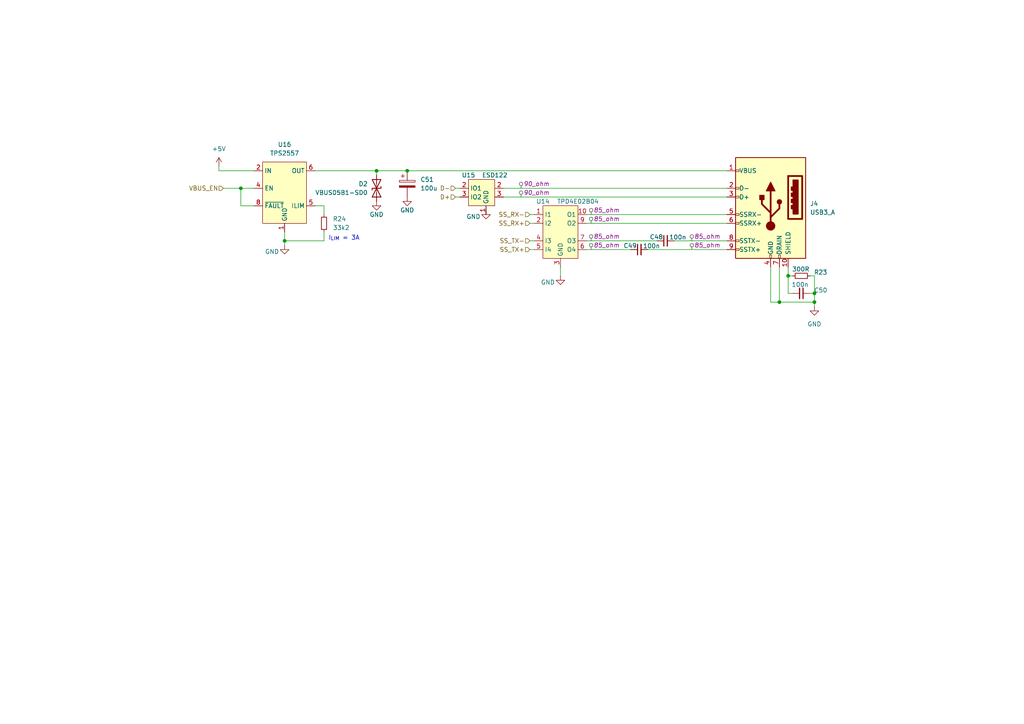
<source format=kicad_sch>
(kicad_sch (version 20230121) (generator eeschema)
  (paper "A4")
  (lib_symbols
    (symbol "Connector:USB3_A" (pin_names (offset 1.016))
      (property "Reference" "J4" (at -11.43 0.635 0))
      (property "Value" "USB3_A" (at -11.43 -1.905 0))
      (symbol "USB3_A_0_0"
        (rectangle (start -9.144 8.636) (end -5.08 -3.81) (stroke (width 0.508)))
        (rectangle (start -7.874 7.366) (end -6.604 -2.286) (stroke (width 0.508)) (fill (type outline)))
        (rectangle (start -6.35 0) (end -6.096 -0.762) (stroke (width 0.508)))
        (rectangle (start -6.35 1.778) (end -6.096 1.016) (stroke (width 0.508)))
        (rectangle (start -6.35 3.556) (end -6.096 2.794) (stroke (width 0.508)))
        (rectangle (start -6.35 5.334) (end -6.096 4.572) (stroke (width 0.508)))
        (rectangle (start -2.794 -15.24) (end -2.286 -14.224))
        (rectangle (start -0.254 -15.24) (end 0.254 -14.224))
        (rectangle (start 10.16 -12.446) (end 9.144 -12.954))
        (rectangle (start 10.16 -9.906) (end 9.144 -10.414))
        (rectangle (start 10.16 -4.826) (end 9.144 -5.334))
        (rectangle (start 10.16 -2.286) (end 9.144 -2.794))
        (rectangle (start 10.16 2.794) (end 9.144 2.286))
        (rectangle (start 10.16 5.334) (end 9.144 4.826))
        (rectangle (start 10.16 10.414) (end 9.144 9.906))
      )
      (symbol "USB3_A_0_1"
        (rectangle (start -10.16 13.97) (end 10.16 -15.24) (stroke (width 0.254)) (fill (type background)))
      )
      (symbol "USB3_A_1_1"
        (circle (center -2.54 1.143) (radius 0.635) (stroke (width 0.254)) (fill (type outline)))
        (circle (center 0 -5.842) (radius 1.27) (fill (type outline)))
        (polyline (pts (xy 0 -5.842) (xy 0 4.318)) (stroke (width 0.508)))
        (polyline (pts (xy 0 -3.302) (xy -2.54 -0.762) (xy -2.54 0.508)) (stroke (width 0.508)))
        (polyline (pts (xy 0 -2.032) (xy 2.54 0.508) (xy 2.54 1.778)) (stroke (width 0.508)))
        (polyline (pts (xy -1.27 4.318) (xy 0 6.858) (xy 1.27 4.318) (xy -1.27 4.318)) (stroke (width 0.254)) (fill (type outline)))
        (rectangle (start 1.905 1.778) (end 3.175 3.048) (stroke (width 0.254)) (fill (type outline)))
        (pin power_in line (at 12.7 10.16 180) (length 2.54) (name "VBUS") (number "1"))
        (pin passive line (at -5.08 -17.78 90) (length 2.54) (name "SHIELD") (number "10"))
        (pin bidirectional line (at 12.7 5.08 180) (length 2.54) (name "D-") (number "2"))
        (pin bidirectional line (at 12.7 2.54 180) (length 2.54) (name "D+") (number "3"))
        (pin power_in line (at 0 -17.78 90) (length 2.54) (name "GND") (number "4"))
        (pin output line (at 12.7 -2.54 180) (length 2.54) (name "SSRX-") (number "5"))
        (pin output line (at 12.7 -5.08 180) (length 2.54) (name "SSRX+") (number "6"))
        (pin passive line (at -2.54 -17.78 90) (length 2.54) (name "DRAIN") (number "7"))
        (pin input line (at 12.7 -10.16 180) (length 2.54) (name "SSTX-") (number "8"))
        (pin input line (at 12.7 -12.7 180) (length 2.54) (name "SSTX+") (number "9"))
      )
    )
    (symbol "Device:C_Polarized" (pin_numbers hide) (pin_names (offset 0.254))
      (property "Reference" "C" (at 0.635 2.54 0))
      (property "Value" "C_Polarized" (at 0.635 -2.54 0))
      (symbol "C_Polarized_0_1"
        (rectangle (start -2.286 0.508) (end 2.286 1.016))
        (polyline (pts (xy -1.778 2.286) (xy -0.762 2.286)))
        (polyline (pts (xy -1.27 2.794) (xy -1.27 1.778)))
        (rectangle (start 2.286 -0.508) (end -2.286 -1.016) (fill (type outline)))
      )
      (symbol "C_Polarized_1_1"
        (pin passive line (at 0 3.81 270) (length 2.794) (name "~") (number "1"))
        (pin passive line (at 0 -3.81 90) (length 2.794) (name "~") (number "2"))
      )
    )
    (symbol "Device:C_Small" (pin_numbers hide) (pin_names (offset 0.254) hide)
      (property "Reference" "C" (at 0.254 1.778 0))
      (property "Value" "C_Small" (at 0.254 -2.032 0))
      (symbol "C_Small_0_1"
        (polyline (pts (xy -1.524 -0.508) (xy 1.524 -0.508)) (stroke (width 0.3302)))
        (polyline (pts (xy -1.524 0.508) (xy 1.524 0.508)) (stroke (width 0.3048)))
      )
      (symbol "C_Small_1_1"
        (pin passive line (at 0 2.54 270) (length 2.032) (name "~") (number "1"))
        (pin passive line (at 0 -2.54 90) (length 2.032) (name "~") (number "2"))
      )
    )
    (symbol "Device:D_TVS" (pin_numbers hide) (pin_names (offset 1.016) hide)
      (property "Reference" "D" (at 0 2.54 0))
      (property "Value" "D_TVS" (at 0 -2.54 0))
      (symbol "D_TVS_0_1"
        (polyline (pts (xy 1.27 0) (xy -1.27 0)))
        (polyline (pts (xy 0.508 1.27) (xy 0 1.27) (xy 0 -1.27) (xy -0.508 -1.27)) (stroke (width 0.254)))
        (polyline (pts (xy -2.54 1.27) (xy -2.54 -1.27) (xy 2.54 1.27) (xy 2.54 -1.27) (xy -2.54 1.27)) (stroke (width 0.254)))
      )
      (symbol "D_TVS_1_1"
        (pin passive line (at -3.81 0 0) (length 2.54) (name "A1") (number "1"))
        (pin passive line (at 3.81 0 180) (length 2.54) (name "A2") (number "2"))
      )
    )
    (symbol "Device:R_Small" (pin_numbers hide) (pin_names (offset 0.254) hide)
      (property "Reference" "R" (at 0.762 0.508 0))
      (property "Value" "R_Small" (at 0.762 -1.016 0))
      (symbol "R_Small_0_1"
        (rectangle (start -0.762 1.778) (end 0.762 -1.778) (stroke (width 0.2032)))
      )
      (symbol "R_Small_1_1"
        (pin passive line (at 0 2.54 270) (length 0.762) (name "~") (number "1"))
        (pin passive line (at 0 -2.54 90) (length 0.762) (name "~") (number "2"))
      )
    )
    (symbol "Interface_USB:ESD122"
      (property "Reference" "U" (at 0 5.08 0))
      (symbol "ESD122_1_1"
        (rectangle (start -5.08 2.54) (end 2.54 -5.08) (fill (type background)))
        (pin input line (at 0 -7.62 90) (length 2.54) (name "GND") (number "1"))
        (pin input line (at 5.08 0 180) (length 2.54) (name "") (number "2"))
        (pin input line (at -7.62 0 0) (length 2.54) (name "IO1") (number "2"))
        (pin input line (at 5.08 -2.54 180) (length 2.54) (name "") (number "3"))
        (pin input line (at -7.62 -2.54 0) (length 2.54) (name "IO2") (number "3"))
      )
    )
    (symbol "Interface_USB:TPD4E02B04"
      (property "Reference" "U" (at 0 10.16 0))
      (property "Value" "TPD4E02B04" (at 0 7.62 0))
      (symbol "TPD4E02B04_1_1"
        (rectangle (start -5.08 5.08) (end 5.08 -10.16) (fill (type background)))
        (pin input line (at -7.62 2.54 0) (length 2.54) (name "I1") (number "1"))
        (pin output line (at 7.62 2.54 180) (length 2.54) (name "O1") (number "10"))
        (pin input line (at -7.62 0 0) (length 2.54) (name "I2") (number "2"))
        (pin input line (at 0 -12.7 90) (length 2.54) (name "GND") (number "3"))
        (pin input line (at -7.62 -5.08 0) (length 2.54) (name "I3") (number "4"))
        (pin input line (at -7.62 -7.62 0) (length 2.54) (name "I4") (number "5"))
        (pin output line (at 7.62 -7.62 180) (length 2.54) (name "O4") (number "6"))
        (pin output line (at 7.62 -5.08 180) (length 2.54) (name "O3") (number "7"))
        (pin input line (at 0 -12.7 90) (length 2.54) hide (name "GND") (number "8"))
        (pin output line (at 7.62 0 180) (length 2.54) (name "O2") (number "9"))
      )
    )
    (symbol "Power_Management:TPS2557"
      (property "Reference" "U" (at -6.35 5.08 0))
      (property "Value" "TPS2557" (at 2.54 5.08 0))
      (symbol "TPS2557_1_1"
        (rectangle (start -6.35 3.81) (end 6.35 -13.97) (fill (type background)))
        (pin power_in line (at 0 -16.51 90) (length 2.54) (name "GND") (number "1"))
        (pin power_in line (at -8.89 1.27 0) (length 2.54) (name "IN") (number "2"))
        (pin power_in line (at -8.89 1.27 0) (length 2.54) hide (name "IN") (number "3"))
        (pin input line (at -8.89 -3.81 0) (length 2.54) (name "EN") (number "4"))
        (pin output line (at 8.89 -8.89 180) (length 2.54) (name "ILIM") (number "5"))
        (pin power_out line (at 8.89 1.27 180) (length 2.54) (name "OUT") (number "6"))
        (pin power_out line (at 8.89 1.27 180) (length 2.54) hide (name "OUT") (number "7"))
        (pin power_in line (at -8.89 -8.89 0) (length 2.54) (name "~{FAULT}") (number "8"))
        (pin power_in line (at 0 -16.51 90) (length 2.54) hide (name "GND") (number "9"))
      )
    )
    (symbol "power:+5V" (power) (pin_names (offset 0))
      (property "Value" "+5V" (at 0 3.556 0))
      (symbol "+5V_0_1"
        (polyline (pts (xy -0.762 1.27) (xy 0 2.54)))
        (polyline (pts (xy 0 0) (xy 0 2.54)))
        (polyline (pts (xy 0 2.54) (xy 0.762 1.27)))
      )
      (symbol "+5V_1_1"
        (pin power_in line (at 0 0 90) (length 0) hide (name "+5V") (number "1"))
      )
    )
    (symbol "power:GND" (power) (pin_names (offset 0))
      (property "Value" "GND" (at 0 -3.81 0))
      (symbol "GND_0_1"
        (polyline (pts (xy 0 0) (xy 0 -1.27) (xy 1.27 -1.27) (xy 0 -2.54) (xy -1.27 -1.27) (xy 0 -1.27)))
      )
      (symbol "GND_1_1"
        (pin power_in line (at 0 0 270) (length 0) hide (name "GND") (number "1"))
      )
    )
  )
  (junction (at 118.11 49.53))
  (junction (at 69.85 54.61))
  (junction (at 82.55 69.85))
  (junction (at 228.6 80.01))
  (junction (at 236.22 87.63))
  (junction (at 109.22 49.53))
  (junction (at 236.22 85.09))
  (junction (at 226.06 87.63))
  (wire (pts (xy 229.87 80.01) (xy 228.6 80.01)))
  (wire (pts (xy 223.52 87.63) (xy 226.06 87.63)))
  (wire (pts (xy 226.06 77.47) (xy 226.06 87.63)))
  (wire (pts (xy 93.98 59.69) (xy 93.98 62.23)))
  (wire (pts (xy 236.22 80.01) (xy 236.22 85.09)))
  (wire (pts (xy 63.5 48.26) (xy 63.5 49.53)))
  (wire (pts (xy 63.5 49.53) (xy 73.66 49.53)))
  (wire (pts (xy 109.22 49.53) (xy 109.22 50.8)))
  (wire (pts (xy 226.06 87.63) (xy 236.22 87.63)))
  (wire (pts (xy 91.44 49.53) (xy 109.22 49.53)))
  (wire (pts (xy 82.55 69.85) (xy 93.98 69.85)))
  (wire (pts (xy 234.95 85.09) (xy 236.22 85.09)))
  (wire (pts (xy 153.67 72.39) (xy 154.94 72.39)))
  (wire (pts (xy 228.6 77.47) (xy 228.6 80.01)))
  (wire (pts (xy 69.85 54.61) (xy 73.66 54.61)))
  (wire (pts (xy 170.18 69.85) (xy 190.5 69.85)))
  (wire (pts (xy 223.52 77.47) (xy 223.52 87.63)))
  (wire (pts (xy 109.22 49.53) (xy 118.11 49.53)))
  (wire (pts (xy 132.08 57.15) (xy 133.35 57.15)))
  (wire (pts (xy 162.56 77.47) (xy 162.56 80.01)))
  (wire (pts (xy 146.05 54.61) (xy 210.82 54.61)))
  (wire (pts (xy 170.18 64.77) (xy 210.82 64.77)))
  (wire (pts (xy 236.22 80.01) (xy 234.95 80.01)))
  (wire (pts (xy 91.44 59.69) (xy 93.98 59.69)))
  (wire (pts (xy 153.67 64.77) (xy 154.94 64.77)))
  (wire (pts (xy 93.98 67.31) (xy 93.98 69.85)))
  (wire (pts (xy 195.58 69.85) (xy 210.82 69.85)))
  (wire (pts (xy 132.08 54.61) (xy 133.35 54.61)))
  (wire (pts (xy 140.97 60.96) (xy 140.97 62.23)))
  (wire (pts (xy 153.67 62.23) (xy 154.94 62.23)))
  (wire (pts (xy 146.05 57.15) (xy 210.82 57.15)))
  (wire (pts (xy 153.67 69.85) (xy 154.94 69.85)))
  (wire (pts (xy 73.66 59.69) (xy 69.85 59.69)))
  (wire (pts (xy 82.55 71.12) (xy 82.55 69.85)))
  (wire (pts (xy 236.22 88.9) (xy 236.22 87.63)))
  (wire (pts (xy 187.96 72.39) (xy 210.82 72.39)))
  (wire (pts (xy 236.22 87.63) (xy 236.22 85.09)))
  (wire (pts (xy 229.87 85.09) (xy 228.6 85.09)))
  (wire (pts (xy 228.6 80.01) (xy 228.6 85.09)))
  (wire (pts (xy 64.77 54.61) (xy 69.85 54.61)))
  (wire (pts (xy 69.85 59.69) (xy 69.85 54.61)))
  (wire (pts (xy 82.55 67.31) (xy 82.55 69.85)))
  (wire (pts (xy 118.11 49.53) (xy 210.82 49.53)))
  (wire (pts (xy 170.18 72.39) (xy 182.88 72.39)))
  (wire (pts (xy 170.18 62.23) (xy 210.82 62.23)))
  (text "I_{LIM} = 3A\n" (at 95.25 69.85 0) (effects (font (size 1.27 1.27)) (justify left bottom)))
  (hierarchical_label "D-" (shape input) (at 132.08 54.61 180))
  (hierarchical_label "D+" (shape input) (at 132.08 57.15 180))
  (hierarchical_label "SS_TX-" (shape input) (at 153.67 69.85 180))
  (hierarchical_label "SS_TX+" (shape input) (at 153.67 72.39 180))
  (hierarchical_label "SS_RX-" (shape input) (at 153.67 62.23 180))
  (hierarchical_label "VBUS_EN" (shape input) (at 64.77 54.61 180))
  (hierarchical_label "SS_RX+" (shape input) (at 153.67 64.77 180))
  (netclass_flag "" (length 1.27) (shape round) (at 151.13 57.15 0) (property "Netclass" "90_ohm" (at 151.8285 55.88 0) (effects (font italic) (justify left))))
  (netclass_flag "" (length 1.27) (shape round) (at 151.13 54.61 0) (property "Netclass" "90_ohm" (at 151.8285 53.34 0) (effects (font italic) (justify left))))
  (netclass_flag "" (length 1.27) (shape round) (at 171.45 62.23 0) (property "Netclass" "85_ohm" (at 172.1485 60.96 0) (effects (font italic) (justify left))))
  (netclass_flag "" (length 1.27) (shape round) (at 200.66 69.85 0) (property "Netclass" "85_ohm" (at 201.3585 68.58 0) (effects (font italic) (justify left))))
  (netclass_flag "" (length 1.27) (shape round) (at 171.45 69.85 0) (property "Netclass" "85_ohm" (at 172.1485 68.58 0) (effects (font italic) (justify left))))
  (netclass_flag "" (length 1.27) (shape round) (at 200.66 72.39 0) (property "Netclass" "85_ohm" (at 201.3585 71.12 0) (effects (font italic) (justify left))))
  (netclass_flag "" (length 1.27) (shape round) (at 171.45 64.77 0) (property "Netclass" "85_ohm" (at 172.1485 63.5 0) (effects (font italic) (justify left))))
  (netclass_flag "" (length 1.27) (shape round) (at 171.45 72.39 0) (property "Netclass" "85_ohm" (at 172.1485 71.12 0) (effects (font italic) (justify left))))
  (symbol (lib_id "Device:C_Small") (at 193.04 69.85 90) (unit 1)
    (property "Reference" "C48" (at 190.3894 68.732 90))
    (property "Value" "100n" (at 196.5799 68.8024 90))
    (property "Footprint" "Resistor_SMD:R_0402_1005Metric" (effects hide))
    (instances (project "hexahub" (path "" (reference "C48") (unit 1)) (path "" (reference "C90") (unit 1)) (path "" (reference "C112") (unit 1)) (path "" (reference "C116") (unit 1)) (path "" (reference "C120") (unit 1))))
  )
  (symbol (lib_id "Device:R_Small") (at 232.41 80.01 270) (mirror x) (unit 1)
    (property "Reference" "R23" (at 238.0167 78.9815 90))
    (property "Value" "300R" (at 232.27 78.0791 90))
    (instances (project "hexahub" (path "" (reference "R23") (unit 1)) (path "" (reference "R50") (unit 1)) (path "" (reference "R60") (unit 1)) (path "" (reference "R62") (unit 1)) (path "" (reference "R64") (unit 1))))
  )
  (symbol (lib_id "power:GND") (at 140.97 60.96 0) (unit 1)
    (property "Reference" "#PWR033" (effects hide))
    (property "Value" "GND" (at 137.3184 62.8331 0))
    (instances (project "hexahub" (path "" (reference "#PWR033") (unit 1)) (path "" (reference "#PWR092") (unit 1)) (path "" (reference "#PWR0106") (unit 1)) (path "" (reference "#PWR0113") (unit 1)) (path "" (reference "#PWR0120") (unit 1))))
  )
  (symbol (lib_id "Device:R_Small") (at 93.98 64.77 0) (unit 1)
    (property "Reference" "R24" (at 96.52 63.5 0) (effects (justify left)))
    (property "Value" "33k2" (at 96.52 66.04 0) (effects (justify left)))
    (instances (project "hexahub" (path "" (reference "R24") (unit 1)) (path "" (reference "R49") (unit 1)) (path "" (reference "R59") (unit 1)) (path "" (reference "R61") (unit 1)) (path "" (reference "R63") (unit 1))))
  )
  (symbol (lib_id "Device:D_TVS") (at 109.22 54.61 270) (mirror x) (unit 1)
    (property "Reference" "D2" (at 106.68 53.34 90) (effects (justify right)))
    (property "Value" "VBUS05B1-SD0\n" (at 106.68 55.88 90) (effects (justify right)))
    (property "Footprint" "Diode_SMD:D_0603_1608Metric" (effects hide))
    (instances (project "hexahub" (path "" (reference "D2") (unit 1)) (path "" (reference "D3") (unit 1)) (path "" (reference "D2") (unit 1)) (path "" (reference "D3") (unit 1)) (path "" (reference "D4") (unit 1))))
  )
  (symbol (lib_id "power:+5V") (at 63.5 48.26 0) (unit 1)
    (property "Reference" "#PWR037" (effects hide))
    (property "Value" "+5V" (at 63.5 43.18 0))
    (instances (project "hexahub" (path "" (reference "#PWR037") (unit 1)) (path "" (reference "#PWR087") (unit 1)) (path "" (reference "#PWR0103") (unit 1)) (path "" (reference "#PWR0110") (unit 1)) (path "" (reference "#PWR0117") (unit 1))))
  )
  (symbol (lib_id "power:GND") (at 82.55 71.12 0) (unit 1)
    (property "Reference" "#PWR034" (effects hide))
    (property "Value" "GND" (at 78.8984 72.9931 0))
    (instances (project "hexahub" (path "" (reference "#PWR034") (unit 1)) (path "" (reference "#PWR093") (unit 1)) (path "" (reference "#PWR0107") (unit 1)) (path "" (reference "#PWR0114") (unit 1)) (path "" (reference "#PWR0121") (unit 1))))
  )
  (symbol (lib_id "power:GND") (at 162.56 80.01 0) (unit 1)
    (property "Reference" "#PWR032" (effects hide))
    (property "Value" "GND" (at 158.9084 81.8831 0))
    (instances (project "hexahub" (path "" (reference "#PWR032") (unit 1)) (path "" (reference "#PWR094") (unit 1)) (path "" (reference "#PWR0108") (unit 1)) (path "" (reference "#PWR0115") (unit 1)) (path "" (reference "#PWR0122") (unit 1))))
  )
  (symbol (lib_id "Device:C_Small") (at 185.42 72.39 90) (unit 1)
    (property "Reference" "C49" (at 182.7694 71.272 90))
    (property "Value" "100n" (at 188.9599 71.3424 90))
    (property "Footprint" "Resistor_SMD:R_0402_1005Metric" (effects hide))
    (instances (project "hexahub" (path "" (reference "C49") (unit 1)) (path "" (reference "C91") (unit 1)) (path "" (reference "C113") (unit 1)) (path "" (reference "C117") (unit 1)) (path "" (reference "C121") (unit 1))))
  )
  (symbol (lib_id "Device:C_Small") (at 232.41 85.09 270) (mirror x) (unit 1)
    (property "Reference" "C50" (at 238.0494 84.1819 90))
    (property "Value" "100n" (at 232.0734 82.5426 90))
    (instances (project "hexahub" (path "" (reference "C50") (unit 1)) (path "" (reference "C92") (unit 1)) (path "" (reference "C114") (unit 1)) (path "" (reference "C118") (unit 1)) (path "" (reference "C122") (unit 1))))
  )
  (symbol (lib_id "power:GND") (at 109.22 58.42 0) (mirror y) (unit 1)
    (property "Reference" "#PWR039" (effects hide))
    (property "Value" "GND" (at 109.22 62.23 0))
    (instances (project "hexahub" (path "" (reference "#PWR039") (unit 1)) (path "" (reference "#PWR091") (unit 1)) (path "" (reference "#PWR0105") (unit 1)) (path "" (reference "#PWR0112") (unit 1)) (path "" (reference "#PWR0119") (unit 1))))
  )
  (symbol (lib_id "Interface_USB:TPD4E02B04") (at 162.56 64.77 0) (unit 1)
    (property "Reference" "U14" (at 157.48 58.42 0))
    (property "Value" "TPD4E02B04" (at 167.64 58.42 0))
    (property "Footprint" "Package_SON:USON-10_2.5x1.0mm_P0.5mm" (effects hide))
    (property "Datasheet" "TPD4E02B04" (effects hide))
    (instances (project "hexahub" (path "" (reference "U14") (unit 1)) (path "" (reference "U29") (unit 1)) (path "" (reference "U33") (unit 1)) (path "" (reference "U36") (unit 1)) (path "" (reference "U39") (unit 1))))
  )
  (symbol (lib_id "power:GND") (at 118.11 57.15 0) (unit 1)
    (property "Reference" "#PWR036" (effects hide))
    (property "Value" "GND" (at 118.11 60.96 0))
    (instances (project "hexahub" (path "" (reference "#PWR036") (unit 1)) (path "" (reference "#PWR090") (unit 1)) (path "" (reference "#PWR0104") (unit 1)) (path "" (reference "#PWR0111") (unit 1)) (path "" (reference "#PWR0118") (unit 1))))
  )
  (symbol (lib_id "Device:C_Polarized") (at 118.11 53.34 0) (unit 1)
    (property "Reference" "C51" (at 121.92 52.07 0) (effects (justify left)))
    (property "Value" "100u" (at 121.92 54.61 0) (effects (justify left)))
    (instances (project "hexahub" (path "" (reference "C51") (unit 1)) (path "" (reference "C89") (unit 1)) (path "" (reference "C111") (unit 1)) (path "" (reference "C115") (unit 1)) (path "" (reference "C119") (unit 1))))
  )
  (symbol (lib_id "Interface_USB:ESD122") (at 140.97 54.61 0) (unit 1)
    (property "Reference" "U15" (at 135.89 50.8 0))
    (property "Value" "ESD122" (at 143.51 50.8 0))
    (property "Footprint" "Package_SON:X2SON-3_L1.0-W0.6-L" (effects hide))
    (instances (project "hexahub" (path "" (reference "U15") (unit 1)) (path "" (reference "U28") (unit 1)) (path "" (reference "U32") (unit 1)) (path "" (reference "U35") (unit 1)) (path "" (reference "U38") (unit 1))))
  )
  (symbol (lib_id "Power_Management:TPS2557") (at 82.55 50.8 0) (unit 1)
    (property "Reference" "U16" (at 82.55 41.91 0))
    (property "Value" "TPS2557" (at 82.55 44.45 0))
    (property "Footprint" "Package_SON:Texas_VSON-8_3x3mm_P0.65_EP2.4x1.65x2.4mm_ThermalVias" (effects hide))
    (property "Datasheet" "https://www.ti.com/lit/ds/symlink/tps2557.pdf" (effects hide))
    (instances (project "hexahub" (path "" (reference "U16") (unit 1)) (path "" (reference "U4") (unit 1)) (path "" (reference "U31") (unit 1)) (path "" (reference "U34") (unit 1)) (path "" (reference "U37") (unit 1))))
  )
  (symbol (lib_id "power:GND") (at 236.22 88.9 0) (mirror y) (unit 1)
    (property "Reference" "#PWR035" (effects hide))
    (property "Value" "GND" (at 236.22 93.98 0))
    (instances (project "hexahub" (path "" (reference "#PWR035") (unit 1)) (path "" (reference "#PWR095") (unit 1)) (path "" (reference "#PWR0109") (unit 1)) (path "" (reference "#PWR0116") (unit 1)) (path "" (reference "#PWR0123") (unit 1))))
  )
  (symbol (lib_id "Connector:USB3_A") (at 223.52 59.69 0) (mirror y) (unit 1)
    (property "Reference" "J4" (at 234.95 59.055 0) (effects (justify right)))
    (property "Value" "USB3_A" (at 234.95 61.595 0) (effects (justify right)))
    (instances (project "hexahub" (path "" (reference "J4") (unit 1)) (path "" (reference "J6") (unit 1)) (path "" (reference "J7") (unit 1)) (path "" (reference "J8") (unit 1)) (path "" (reference "J9") (unit 1))))
  )
)
</source>
